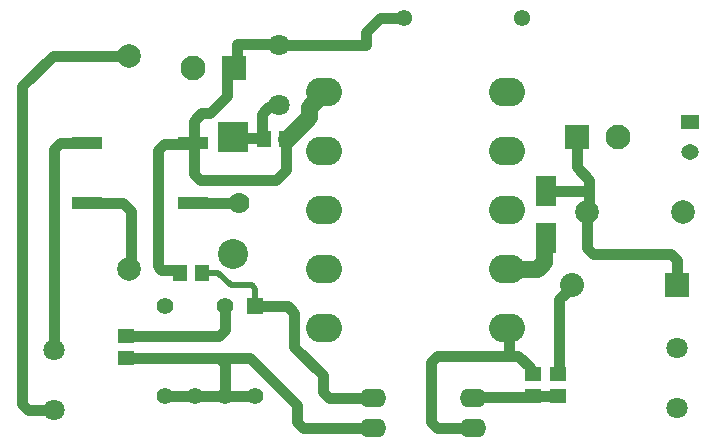
<source format=gbr>
%TF.GenerationSoftware,Altium Limited,Altium Designer,23.2.1 (34)*%
G04 Layer_Physical_Order=2*
G04 Layer_Color=16711680*
%FSLAX45Y45*%
%MOMM*%
%TF.SameCoordinates,76BEBE9A-6656-4806-BAFE-41FAB228EB9C*%
%TF.FilePolarity,Positive*%
%TF.FileFunction,Copper,L2,Bot,Signal*%
%TF.Part,Single*%
G01*
G75*
%TA.AperFunction,Conductor*%
%ADD10C,1.39700*%
%ADD11C,0.88900*%
%TA.AperFunction,ComponentPad*%
%ADD12C,2.00000*%
%ADD13C,1.38100*%
%ADD14O,3.04800X2.41300*%
%ADD15C,2.03200*%
%ADD16R,2.03200X2.03200*%
%ADD17C,1.80000*%
%ADD18C,1.41000*%
%ADD19R,1.41000X1.41000*%
%ADD20C,2.54000*%
%ADD21R,2.54000X2.54000*%
%ADD22C,2.10000*%
%ADD23R,2.10000X2.10000*%
%ADD24O,1.50000X1.30000*%
%ADD25R,1.50000X1.30000*%
%TA.AperFunction,ViaPad*%
%ADD26C,1.77800*%
%TA.AperFunction,SMDPad,CuDef*%
%ADD27R,1.20000X1.40000*%
%ADD28R,1.40000X1.20000*%
%ADD29R,1.70000X2.50000*%
%ADD30O,2.25000X1.60000*%
%ADD31R,2.51850X1.11680*%
%TA.AperFunction,Conductor*%
%ADD32C,0.50800*%
D10*
X2537459Y2894017D02*
X2662743Y3019300D01*
X2537459Y2806700D02*
Y2894017D01*
X2662743Y3019300D02*
X2667000D01*
X2353039Y2622280D02*
X2537459Y2806700D01*
X2343340Y2622280D02*
X2353039D01*
X1905000Y1638300D02*
X1917700Y1651000D01*
X1892300D02*
X1905000Y1638300D01*
X4531450Y1754523D02*
X4546600Y1769673D01*
X4464766Y1519300D02*
X4531450Y1585984D01*
X4217000Y1519300D02*
X4464766D01*
X4531450Y1585984D02*
Y1754523D01*
D11*
X3136900Y3644900D02*
X3340100D01*
X3022600Y3530600D02*
X3136900Y3644900D01*
X3022600Y3416300D02*
Y3530600D01*
X5651500Y1384300D02*
Y1598923D01*
X5599423Y1651000D02*
X5651500Y1598923D01*
X4657860Y651430D02*
Y1270000D01*
X4762500Y1374640D02*
Y1384300D01*
X4657860Y1270000D02*
X4762500Y1374640D01*
X2706377Y431800D02*
X3080200D01*
X2654300Y483877D02*
Y623577D01*
Y483877D02*
X2706377Y431800D01*
X2413000Y864877D02*
X2654300Y623577D01*
X2490477Y177800D02*
X3080200D01*
X2438400Y229877D02*
Y368300D01*
Y229877D02*
X2490477Y177800D01*
X3620777Y787400D02*
X4229100D01*
X3568700Y229877D02*
Y735323D01*
X3620777Y787400D01*
X4229100Y785757D02*
X4309793D01*
X4217000Y1019300D02*
X4229100Y1007200D01*
Y785757D02*
Y1007200D01*
X4421760Y635000D02*
X4431759D01*
X4309793Y785757D02*
X4406209Y689341D01*
Y650550D02*
X4421760Y635000D01*
X4406209Y650550D02*
Y689341D01*
X1554675Y2082800D02*
X1943100D01*
X1776723Y768160D02*
X2038540D01*
X2438400Y368300D01*
X2413000Y864877D02*
Y1154423D01*
X2082800Y1206500D02*
X2360923D01*
X2413000Y1154423D01*
X4941577Y1651000D02*
X5599423D01*
X4889500Y1703077D02*
X4941577Y1651000D01*
X4889500Y1703077D02*
Y2006600D01*
X4910758Y2184400D02*
Y2277442D01*
Y2027858D02*
Y2184400D01*
X4546600Y2181200D02*
X4907558D01*
X4910758Y2184400D01*
X4803400Y2384800D02*
X4910758Y2277442D01*
X4889500Y2006600D02*
X4910758Y2027858D01*
X4803400Y2384800D02*
Y2641600D01*
X3568700Y229877D02*
X3620777Y177800D01*
X3930200D01*
X4425160Y438400D02*
X4431759Y445000D01*
X3936800Y438400D02*
X4425160D01*
X3930200Y431800D02*
X3936800Y438400D01*
X4431759Y445000D02*
X4432200Y445440D01*
X4641680D01*
X4642120Y445880D01*
X4642310Y635880D02*
X4657860Y651430D01*
X4642120Y635880D02*
X4642310D01*
X4546600Y1769673D02*
Y1781200D01*
X2286000Y3416300D02*
X3022600D01*
X1776723Y768160D02*
X1828800Y716083D01*
X990940Y768160D02*
X1776723D01*
X1828800Y444500D02*
Y716083D01*
X990940Y958160D02*
X1776723D01*
X1828800Y1010236D02*
Y1206500D01*
X1776723Y958160D02*
X1828800Y1010236D01*
Y444500D02*
X2082800D01*
X1574800D02*
X1828800D01*
X1320800D02*
X1574800D01*
X1283826Y1518070D02*
X1425710D01*
X1257300Y1544597D02*
Y2527333D01*
X1441260Y1492520D02*
Y1502520D01*
X1425710Y1518070D02*
X1441260Y1502520D01*
X1257300Y1544597D02*
X1283826Y1518070D01*
X1309377Y2579410D02*
X1543285D01*
X1257300Y2527333D02*
X1309377Y2579410D01*
X1543285D02*
X1554675Y2590800D01*
X1562067Y2598192D01*
X1554675Y2590800D02*
X1562100Y2583375D01*
X2343340Y2357317D02*
Y2622280D01*
X2259323Y2273300D02*
X2343340Y2357317D01*
X1614177Y2273300D02*
X2259323D01*
X1562100Y2325377D02*
Y2583375D01*
Y2325377D02*
X1614177Y2273300D01*
X1562067Y2598192D02*
Y2779990D01*
X1626877Y2844800D02*
X1701800D01*
X1562067Y2779990D02*
X1626877Y2844800D01*
X1701800D02*
X1844450Y2987450D01*
Y3168050D01*
X1902200Y3225800D01*
X2143680Y2631940D02*
X2153340Y2622280D01*
X2141569Y2634051D02*
X2143680Y2631940D01*
X2193646Y2890869D02*
X2268569D01*
X2141569Y2634051D02*
Y2838792D01*
X2193646Y2890869D01*
X2268569D02*
X2286000Y2908300D01*
X1892300Y2641600D02*
X1901960Y2631940D01*
X2143680D01*
X1931677Y3429000D02*
X2273300D01*
X1902200Y3225800D02*
X1931677Y3255277D01*
Y3429000D01*
X2273300D02*
X2286000Y3416300D01*
X1016000Y1525700D02*
X1028700Y1538400D01*
X963923Y2082800D02*
X1028700Y2018023D01*
Y1538400D02*
Y2018023D01*
X655125Y2082800D02*
X963923D01*
X1001600Y1511300D02*
X1016000Y1525700D01*
X110250Y3069350D02*
X366600Y3325700D01*
X1016000D01*
X110250Y382277D02*
Y3069350D01*
X162327Y330200D02*
X381000D01*
X110250Y382277D02*
X162327Y330200D01*
X381000Y2538723D02*
X433077Y2590800D01*
X381000Y838200D02*
Y2538723D01*
X433077Y2590800D02*
X655125D01*
D12*
X4889500Y2006600D02*
D03*
X5702300D02*
D03*
X1016000Y3325700D02*
D03*
Y1525700D02*
D03*
D13*
X3340100Y3644900D02*
D03*
X4340100D02*
D03*
D14*
X4217000Y3019300D02*
D03*
Y2519300D02*
D03*
Y2019300D02*
D03*
Y1519300D02*
D03*
Y1019300D02*
D03*
X2667000Y3019300D02*
D03*
Y2519300D02*
D03*
Y2019300D02*
D03*
Y1519300D02*
D03*
Y1019300D02*
D03*
D15*
X4762500Y1384300D02*
D03*
D16*
X5651500D02*
D03*
D17*
X2286000Y3416300D02*
D03*
Y2908300D02*
D03*
X5651500Y342900D02*
D03*
Y850900D02*
D03*
X381000Y330200D02*
D03*
Y838200D02*
D03*
D18*
X1320800Y1206500D02*
D03*
X1828800D02*
D03*
X1320800Y444500D02*
D03*
X1574800D02*
D03*
X1828800D02*
D03*
X2082800D02*
D03*
D19*
Y1206500D02*
D03*
D20*
X1892300Y1651000D02*
D03*
D21*
Y2641600D02*
D03*
D22*
X1552200Y3225800D02*
D03*
X5153400Y2641600D02*
D03*
D23*
X1902200Y3225800D02*
D03*
X4803400Y2641600D02*
D03*
D24*
X5765800Y2514600D02*
D03*
D25*
Y2768600D02*
D03*
D26*
X1943100Y2082800D02*
D03*
D27*
X1441260Y1492520D02*
D03*
X1631260D02*
D03*
X2153340Y2622280D02*
D03*
X2343340D02*
D03*
D28*
X4642120Y445880D02*
D03*
Y635880D02*
D03*
X4431759Y635000D02*
D03*
Y445000D02*
D03*
X990940Y768160D02*
D03*
Y958160D02*
D03*
D29*
X4546600Y1781200D02*
D03*
Y2181200D02*
D03*
D30*
X3080200Y431800D02*
D03*
Y177800D02*
D03*
X3930200D02*
D03*
Y431800D02*
D03*
D31*
X655125Y2590800D02*
D03*
Y2082800D02*
D03*
X1554675D02*
D03*
Y2590800D02*
D03*
D32*
X2053042Y1384300D02*
X2082800Y1354542D01*
X1873341Y1384300D02*
X2053042D01*
X2082800Y1206500D02*
Y1354542D01*
X1765121Y1492520D02*
X1873341Y1384300D01*
X1631260Y1492520D02*
X1765121D01*
%TF.MD5,cd4c3aeaecbbc3f2d7bcbffcd39ba759*%
M02*

</source>
